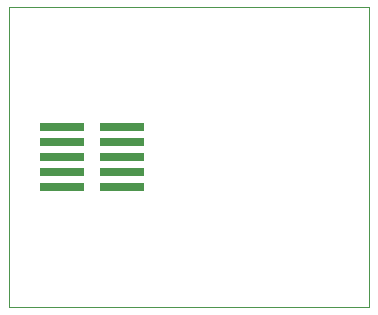
<source format=gtp>
G75*
G70*
%OFA0B0*%
%FSLAX24Y24*%
%IPPOS*%
%LPD*%
%AMOC8*
5,1,8,0,0,1.08239X$1,22.5*
%
%ADD10C,0.0000*%
%ADD11R,0.1500X0.0290*%
D10*
X000100Y000100D02*
X000100Y010100D01*
X012100Y010100D01*
X012100Y000100D01*
X000100Y000100D01*
D11*
X001850Y004100D03*
X001850Y004600D03*
X001850Y005100D03*
X001850Y005600D03*
X001850Y006100D03*
X003850Y006100D03*
X003850Y005600D03*
X003850Y005100D03*
X003850Y004600D03*
X003850Y004100D03*
M02*

</source>
